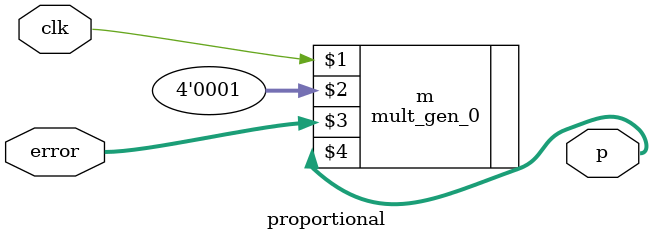
<source format=v>
`timescale 1ns / 1ps


module proportional(
    input [7:0] error,
    input clk,
    output [11:0] p
    );
    
    parameter [3:0] co = 4'b0001;
    mult_gen_0 m(clk, co[3:0], error[7:0], p[11:0]);
    
endmodule

</source>
